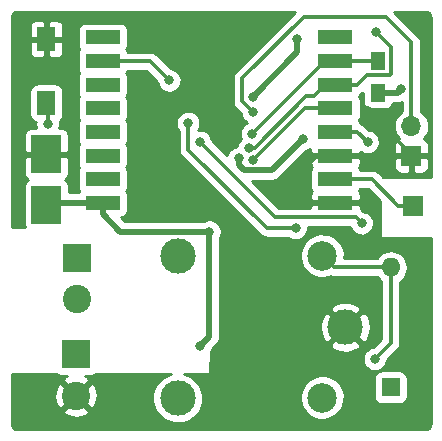
<source format=gtl>
G04 #@! TF.GenerationSoftware,KiCad,Pcbnew,no-vcs-found-feba091~58~ubuntu16.04.1*
G04 #@! TF.CreationDate,2017-03-27T18:39:11+03:00*
G04 #@! TF.ProjectId,led_strip_actuator_node,6C65645F73747269705F616374756174,rev?*
G04 #@! TF.FileFunction,Copper,L1,Top,Signal*
G04 #@! TF.FilePolarity,Positive*
%FSLAX46Y46*%
G04 Gerber Fmt 4.6, Leading zero omitted, Abs format (unit mm)*
G04 Created by KiCad (PCBNEW no-vcs-found-feba091~58~ubuntu16.04.1) date Mon Mar 27 18:39:11 2017*
%MOMM*%
%LPD*%
G01*
G04 APERTURE LIST*
%ADD10C,0.100000*%
%ADD11R,1.600000X2.000000*%
%ADD12R,2.500000X3.200000*%
%ADD13O,1.600000X1.600000*%
%ADD14R,1.600000X1.600000*%
%ADD15R,1.700000X1.700000*%
%ADD16R,1.300000X1.500000*%
%ADD17C,2.500000*%
%ADD18C,3.000000*%
%ADD19R,3.000000X1.200000*%
%ADD20R,2.400000X2.400000*%
%ADD21C,2.400000*%
%ADD22O,1.700000X1.700000*%
%ADD23C,0.800000*%
%ADD24C,0.350000*%
%ADD25C,0.500000*%
%ADD26C,0.254000*%
G04 APERTURE END LIST*
D10*
D11*
X114800000Y-59300000D03*
X114800000Y-64700000D03*
D12*
X114800000Y-69050000D03*
X114800000Y-73350000D03*
D13*
X143940000Y-78640000D03*
D14*
X143940000Y-88800000D03*
D15*
X145800000Y-73400000D03*
D16*
X142850000Y-61150000D03*
X142850000Y-63850000D03*
D17*
X138150000Y-77650000D03*
X138150000Y-89650000D03*
D18*
X140100000Y-83700000D03*
X125900000Y-77700000D03*
X125900000Y-89700000D03*
D19*
X139265935Y-59168221D03*
X139265935Y-61168221D03*
X139265935Y-63168221D03*
X139265935Y-65168221D03*
X139265935Y-67168221D03*
X139265935Y-69168221D03*
X139265935Y-71168221D03*
X139265935Y-73168221D03*
X119565935Y-73168221D03*
X119565935Y-71168221D03*
X119565935Y-69168221D03*
X119565935Y-67168221D03*
X119565935Y-65168221D03*
X119565935Y-63168221D03*
X119565935Y-61168221D03*
X119565935Y-59168221D03*
D20*
X117400000Y-77800000D03*
D21*
X117400000Y-81300000D03*
X117300000Y-89500000D03*
D20*
X117300000Y-86000000D03*
D22*
X145700000Y-66660000D03*
D15*
X145700000Y-69200000D03*
D23*
X142000000Y-65364998D03*
X133800000Y-71900000D03*
X135700000Y-71200000D03*
X127800000Y-85300000D03*
X144824990Y-63556337D03*
X136000000Y-59300000D03*
X132249998Y-64168889D03*
X131075010Y-69400000D03*
X128600000Y-75600000D03*
X136500000Y-67800000D03*
X132294179Y-69549988D03*
X142000000Y-68035002D03*
X135900000Y-75300000D03*
X114900000Y-66500000D03*
X126800000Y-66400000D03*
X142700000Y-58675021D03*
X131950010Y-68505204D03*
X142600000Y-86400000D03*
X125200000Y-62800000D03*
X127775010Y-68000000D03*
X141500000Y-74900000D03*
X132200000Y-67300000D03*
X132281274Y-65481274D03*
D24*
X142000000Y-65364998D02*
X145700000Y-69064998D01*
X145700000Y-69064998D02*
X145700000Y-69200000D01*
X135700000Y-71200000D02*
X134500000Y-71200000D01*
X134500000Y-71200000D02*
X133800000Y-71900000D01*
X135700000Y-71200000D02*
X137731779Y-69168221D01*
X137731779Y-69168221D02*
X139265935Y-69168221D01*
D25*
X128600000Y-75600000D02*
X128600000Y-84500000D01*
X128600000Y-84500000D02*
X127800000Y-85300000D01*
X144531327Y-63850000D02*
X144824990Y-63556337D01*
X142850000Y-63850000D02*
X144531327Y-63850000D01*
X131075010Y-69965685D02*
X131075010Y-69400000D01*
X131534315Y-70424990D02*
X131075010Y-69965685D01*
X136500000Y-67800000D02*
X133875010Y-70424990D01*
X133875010Y-70424990D02*
X131534315Y-70424990D01*
X132249998Y-64168889D02*
X136000000Y-60418887D01*
X136000000Y-60418887D02*
X136000000Y-59300000D01*
X128600000Y-75600000D02*
X121047714Y-75600000D01*
X121047714Y-75600000D02*
X119565935Y-74118221D01*
X119565935Y-74118221D02*
X119565935Y-73168221D01*
X119565935Y-73168221D02*
X114981779Y-73168221D01*
X114981779Y-73168221D02*
X114800000Y-73350000D01*
D24*
X136675946Y-65168221D02*
X132294179Y-69549988D01*
X139265935Y-65168221D02*
X136675946Y-65168221D01*
X139265935Y-67168221D02*
X141133219Y-67168221D01*
X141133219Y-67168221D02*
X142000000Y-68035002D01*
X133429986Y-75300000D02*
X135900000Y-75300000D01*
X126800000Y-66400000D02*
X126800000Y-68670014D01*
X126800000Y-68670014D02*
X133429986Y-75300000D01*
X114900000Y-66500000D02*
X114900000Y-64800000D01*
X114900000Y-64800000D02*
X114800000Y-64700000D01*
X143999999Y-59975020D02*
X142700000Y-58675021D01*
X143999999Y-62255003D02*
X143999999Y-59975020D01*
X143880001Y-62375001D02*
X143999999Y-62255003D01*
X141909155Y-62375001D02*
X143880001Y-62375001D01*
X139265935Y-63168221D02*
X141115935Y-63168221D01*
X141115935Y-63168221D02*
X141909155Y-62375001D01*
X136801783Y-64118221D02*
X132414800Y-68505204D01*
X137415935Y-64118221D02*
X136801783Y-64118221D01*
X139265935Y-63168221D02*
X138365935Y-63168221D01*
X138365935Y-63168221D02*
X137415935Y-64118221D01*
X132414800Y-68505204D02*
X131950010Y-68505204D01*
X143940000Y-78640000D02*
X143940000Y-85060000D01*
X143940000Y-85060000D02*
X142600000Y-86400000D01*
X143940000Y-78640000D02*
X139140000Y-78640000D01*
X139140000Y-78640000D02*
X138150000Y-77650000D01*
X119565935Y-61168221D02*
X123568221Y-61168221D01*
X123568221Y-61168221D02*
X125200000Y-62800000D01*
X141500000Y-74900000D02*
X141000000Y-74400000D01*
X141000000Y-74400000D02*
X134175010Y-74400000D01*
X134175010Y-74400000D02*
X127775010Y-68000000D01*
X132234156Y-67300000D02*
X132200000Y-67300000D01*
X138365935Y-61168221D02*
X132234156Y-67300000D01*
X139265935Y-61168221D02*
X138365935Y-61168221D01*
X142850000Y-61150000D02*
X142850000Y-61250000D01*
X142850000Y-61150000D02*
X139284156Y-61150000D01*
X139284156Y-61150000D02*
X139265935Y-61168221D01*
X145800000Y-73400000D02*
X144600000Y-73400000D01*
X144600000Y-73400000D02*
X142368221Y-71168221D01*
X142368221Y-71168221D02*
X139265935Y-71168221D01*
X139297714Y-71200000D02*
X139265935Y-71168221D01*
X145700000Y-66660000D02*
X145700000Y-59592069D01*
X145700000Y-59592069D02*
X143507931Y-57400000D01*
X131374997Y-64574997D02*
X132281274Y-65481274D01*
X143507931Y-57400000D02*
X136604996Y-57400000D01*
X136604996Y-57400000D02*
X131374997Y-62629999D01*
X131374997Y-62629999D02*
X131374997Y-64574997D01*
D26*
G36*
X130802241Y-62057243D02*
X130754740Y-62115070D01*
X130706655Y-62172376D01*
X130704605Y-62176104D01*
X130701899Y-62179399D01*
X130666538Y-62245347D01*
X130630497Y-62310906D01*
X130629208Y-62314969D01*
X130627197Y-62318720D01*
X130605345Y-62390194D01*
X130582697Y-62461591D01*
X130582222Y-62465829D01*
X130580978Y-62469897D01*
X130573422Y-62544282D01*
X130565076Y-62618690D01*
X130565018Y-62627016D01*
X130565002Y-62627172D01*
X130565016Y-62627317D01*
X130564997Y-62629999D01*
X130564997Y-64574997D01*
X130572305Y-64649532D01*
X130578820Y-64723998D01*
X130580007Y-64728084D01*
X130580423Y-64732327D01*
X130602050Y-64803959D01*
X130622923Y-64875805D01*
X130624885Y-64879590D01*
X130626115Y-64883664D01*
X130661220Y-64949686D01*
X130695674Y-65016155D01*
X130698332Y-65019485D01*
X130700331Y-65023244D01*
X130747617Y-65081222D01*
X130794300Y-65139701D01*
X130800142Y-65145624D01*
X130800245Y-65145751D01*
X130800362Y-65145848D01*
X130802241Y-65147753D01*
X131249887Y-65595399D01*
X131281554Y-65767939D01*
X131356274Y-65956660D01*
X131466227Y-66127273D01*
X131607224Y-66273280D01*
X131743602Y-66368065D01*
X131718168Y-66378341D01*
X131548327Y-66489482D01*
X131403308Y-66631496D01*
X131288634Y-66798972D01*
X131208674Y-66985533D01*
X131166473Y-67184071D01*
X131163639Y-67387026D01*
X131200280Y-67586665D01*
X131258496Y-67733702D01*
X131153318Y-67836700D01*
X131038644Y-68004176D01*
X130958684Y-68190737D01*
X130919306Y-68375993D01*
X130781373Y-68402306D01*
X130593178Y-68478341D01*
X130423337Y-68589482D01*
X130278318Y-68731496D01*
X130163644Y-68898972D01*
X130083684Y-69085533D01*
X130070076Y-69149554D01*
X128807837Y-67887315D01*
X128770630Y-67699405D01*
X128693283Y-67511746D01*
X128580958Y-67342684D01*
X128437936Y-67198660D01*
X128269663Y-67085158D01*
X128082549Y-67006503D01*
X127883720Y-66965689D01*
X127680751Y-66964272D01*
X127666722Y-66966948D01*
X127704282Y-66913703D01*
X127786839Y-66728278D01*
X127831807Y-66530348D01*
X127835044Y-66298513D01*
X127795620Y-66099405D01*
X127718273Y-65911746D01*
X127605948Y-65742684D01*
X127462926Y-65598660D01*
X127294653Y-65485158D01*
X127107539Y-65406503D01*
X126908710Y-65365689D01*
X126705741Y-65364272D01*
X126506363Y-65402306D01*
X126318168Y-65478341D01*
X126148327Y-65589482D01*
X126003308Y-65731496D01*
X125888634Y-65898972D01*
X125808674Y-66085533D01*
X125766473Y-66284071D01*
X125763639Y-66487026D01*
X125800280Y-66686665D01*
X125875000Y-66875386D01*
X125984953Y-67045999D01*
X125990000Y-67051225D01*
X125990000Y-68670014D01*
X125997308Y-68744549D01*
X126003823Y-68819015D01*
X126005010Y-68823101D01*
X126005426Y-68827344D01*
X126027052Y-68898972D01*
X126047926Y-68970822D01*
X126049888Y-68974607D01*
X126051118Y-68978681D01*
X126086223Y-69044703D01*
X126120677Y-69111172D01*
X126123335Y-69114502D01*
X126125334Y-69118261D01*
X126172620Y-69176239D01*
X126219303Y-69234718D01*
X126225145Y-69240641D01*
X126225248Y-69240768D01*
X126225365Y-69240865D01*
X126227244Y-69242770D01*
X132857229Y-75872756D01*
X132915082Y-75920277D01*
X132972363Y-75968342D01*
X132976091Y-75970392D01*
X132979386Y-75973098D01*
X133045334Y-76008459D01*
X133110893Y-76044500D01*
X133114956Y-76045789D01*
X133118707Y-76047800D01*
X133190181Y-76069652D01*
X133261578Y-76092300D01*
X133265816Y-76092775D01*
X133269884Y-76094019D01*
X133344269Y-76101575D01*
X133418677Y-76109921D01*
X133427003Y-76109979D01*
X133427159Y-76109995D01*
X133427304Y-76109981D01*
X133429986Y-76110000D01*
X135251840Y-76110000D01*
X135392622Y-76207846D01*
X135578620Y-76289106D01*
X135776859Y-76332692D01*
X135979788Y-76336943D01*
X136179679Y-76301697D01*
X136368916Y-76228296D01*
X136540293Y-76119537D01*
X136687281Y-75979563D01*
X136804282Y-75813703D01*
X136886839Y-75628278D01*
X136931807Y-75430348D01*
X136934884Y-75210000D01*
X140509519Y-75210000D01*
X140575000Y-75375386D01*
X140684953Y-75545999D01*
X140825950Y-75692006D01*
X140992622Y-75807846D01*
X141178620Y-75889106D01*
X141376859Y-75932692D01*
X141579788Y-75936943D01*
X141779679Y-75901697D01*
X141968916Y-75828296D01*
X142140293Y-75719537D01*
X142287281Y-75579563D01*
X142404282Y-75413703D01*
X142486839Y-75228278D01*
X142531807Y-75030348D01*
X142535044Y-74798513D01*
X142495620Y-74599405D01*
X142418273Y-74411746D01*
X142305948Y-74242684D01*
X142162926Y-74098660D01*
X141994653Y-73985158D01*
X141807539Y-73906503D01*
X141611845Y-73866332D01*
X141572756Y-73827244D01*
X141514929Y-73779743D01*
X141457623Y-73731658D01*
X141453895Y-73729608D01*
X141450600Y-73726902D01*
X141400935Y-73700272D01*
X141400935Y-73453971D01*
X141242185Y-73295221D01*
X139392935Y-73295221D01*
X139392935Y-73315221D01*
X139138935Y-73315221D01*
X139138935Y-73295221D01*
X137289685Y-73295221D01*
X137130935Y-73453971D01*
X137130935Y-73590000D01*
X134510523Y-73590000D01*
X132230513Y-71309990D01*
X133875010Y-71309990D01*
X133956366Y-71302013D01*
X134037806Y-71294888D01*
X134042277Y-71293589D01*
X134046907Y-71293135D01*
X134125141Y-71269515D01*
X134203670Y-71246700D01*
X134207803Y-71244558D01*
X134212257Y-71243213D01*
X134284398Y-71204855D01*
X134357016Y-71167214D01*
X134360656Y-71164308D01*
X134364762Y-71162125D01*
X134428081Y-71110483D01*
X134492001Y-71059456D01*
X134498484Y-71053063D01*
X134498611Y-71052960D01*
X134498708Y-71052843D01*
X134500800Y-71050780D01*
X136743503Y-68808076D01*
X136779679Y-68801697D01*
X136968916Y-68728296D01*
X137130935Y-68625476D01*
X137130935Y-68882471D01*
X137289685Y-69041221D01*
X139138935Y-69041221D01*
X139138935Y-69021221D01*
X139392935Y-69021221D01*
X139392935Y-69041221D01*
X141242185Y-69041221D01*
X141400935Y-68882471D01*
X141400935Y-68879124D01*
X141492622Y-68942848D01*
X141678620Y-69024108D01*
X141876859Y-69067694D01*
X142079788Y-69071945D01*
X142279679Y-69036699D01*
X142468916Y-68963298D01*
X142640293Y-68854539D01*
X142787281Y-68714565D01*
X142904282Y-68548705D01*
X142986839Y-68363280D01*
X143031807Y-68165350D01*
X143035044Y-67933515D01*
X142995620Y-67734407D01*
X142918273Y-67546748D01*
X142805948Y-67377686D01*
X142662926Y-67233662D01*
X142494653Y-67120160D01*
X142307539Y-67041505D01*
X142111845Y-67001335D01*
X141705975Y-66595465D01*
X141648148Y-66547964D01*
X141590842Y-66499879D01*
X141587114Y-66497829D01*
X141583819Y-66495123D01*
X141517871Y-66459762D01*
X141452312Y-66423721D01*
X141448249Y-66422432D01*
X141444498Y-66420421D01*
X141378558Y-66400261D01*
X141355437Y-66324041D01*
X141296472Y-66213727D01*
X141259126Y-66168221D01*
X141296472Y-66122715D01*
X141355437Y-66012401D01*
X141391747Y-65892703D01*
X141404007Y-65768221D01*
X141404007Y-64568221D01*
X141391747Y-64443739D01*
X141355437Y-64324041D01*
X141296472Y-64213727D01*
X141259126Y-64168221D01*
X141296472Y-64122715D01*
X141355437Y-64012401D01*
X141380152Y-63930925D01*
X141416743Y-63920295D01*
X141420528Y-63918333D01*
X141424602Y-63917103D01*
X141490624Y-63881998D01*
X141557093Y-63847544D01*
X141560423Y-63844886D01*
X141561928Y-63844085D01*
X141561928Y-64600000D01*
X141574188Y-64724482D01*
X141610498Y-64844180D01*
X141669463Y-64954494D01*
X141748815Y-65051185D01*
X141845506Y-65130537D01*
X141955820Y-65189502D01*
X142075518Y-65225812D01*
X142200000Y-65238072D01*
X143500000Y-65238072D01*
X143624482Y-65225812D01*
X143744180Y-65189502D01*
X143854494Y-65130537D01*
X143951185Y-65051185D01*
X144030537Y-64954494D01*
X144089502Y-64844180D01*
X144122621Y-64735000D01*
X144531327Y-64735000D01*
X144612683Y-64727023D01*
X144694123Y-64719898D01*
X144698594Y-64718599D01*
X144703224Y-64718145D01*
X144781458Y-64694525D01*
X144859987Y-64671710D01*
X144864120Y-64669568D01*
X144868574Y-64668223D01*
X144890000Y-64656831D01*
X144890000Y-65413025D01*
X144871029Y-65423112D01*
X144646433Y-65606287D01*
X144461694Y-65829599D01*
X144323848Y-66084539D01*
X144238146Y-66361399D01*
X144207851Y-66649633D01*
X144234118Y-66938261D01*
X144315947Y-67216291D01*
X144450220Y-67473131D01*
X144631823Y-67699000D01*
X144677061Y-67736959D01*
X144664777Y-67739403D01*
X144549215Y-67787270D01*
X144445211Y-67856763D01*
X144356763Y-67945211D01*
X144287270Y-68049215D01*
X144239403Y-68164777D01*
X144215000Y-68287458D01*
X144215000Y-68914250D01*
X144373750Y-69073000D01*
X145573000Y-69073000D01*
X145573000Y-69053000D01*
X145827000Y-69053000D01*
X145827000Y-69073000D01*
X147026250Y-69073000D01*
X147185000Y-68914250D01*
X147185000Y-68287458D01*
X147160597Y-68164777D01*
X147112730Y-68049215D01*
X147043237Y-67945211D01*
X146954789Y-67856763D01*
X146850785Y-67787270D01*
X146735223Y-67739403D01*
X146724647Y-67737299D01*
X146753567Y-67713713D01*
X146938306Y-67490401D01*
X147076152Y-67235461D01*
X147161854Y-66958601D01*
X147192149Y-66670367D01*
X147165882Y-66381739D01*
X147084053Y-66103709D01*
X146949780Y-65846869D01*
X146768177Y-65621000D01*
X146546161Y-65434706D01*
X146510000Y-65414826D01*
X146510000Y-59592069D01*
X146502701Y-59517625D01*
X146496178Y-59443068D01*
X146494990Y-59438977D01*
X146494574Y-59434739D01*
X146472959Y-59363149D01*
X146452074Y-59291261D01*
X146450112Y-59287476D01*
X146448882Y-59283402D01*
X146413777Y-59217380D01*
X146379323Y-59150911D01*
X146376665Y-59147581D01*
X146374666Y-59143822D01*
X146327405Y-59085874D01*
X146280698Y-59027365D01*
X146274850Y-59021436D01*
X146274752Y-59021315D01*
X146274640Y-59021222D01*
X146272757Y-59019313D01*
X144238443Y-56985000D01*
X146866497Y-56985000D01*
X146979969Y-56996126D01*
X147056892Y-57019350D01*
X147127839Y-57057073D01*
X147190109Y-57107859D01*
X147241326Y-57169771D01*
X147279545Y-57240456D01*
X147303306Y-57317212D01*
X147315000Y-57428479D01*
X147315000Y-70973000D01*
X143318512Y-70973000D01*
X142940977Y-70595465D01*
X142883150Y-70547964D01*
X142825844Y-70499879D01*
X142822116Y-70497829D01*
X142818821Y-70495123D01*
X142752873Y-70459762D01*
X142687314Y-70423721D01*
X142683251Y-70422432D01*
X142679500Y-70420421D01*
X142608026Y-70398569D01*
X142536629Y-70375921D01*
X142532391Y-70375446D01*
X142528323Y-70374202D01*
X142453938Y-70366646D01*
X142379530Y-70358300D01*
X142371204Y-70358242D01*
X142371048Y-70358226D01*
X142370903Y-70358240D01*
X142368221Y-70358221D01*
X141365805Y-70358221D01*
X141355437Y-70324041D01*
X141296472Y-70213727D01*
X141260915Y-70170401D01*
X141328665Y-70069006D01*
X141376532Y-69953444D01*
X141400935Y-69830763D01*
X141400935Y-69485750D01*
X144215000Y-69485750D01*
X144215000Y-70112542D01*
X144239403Y-70235223D01*
X144287270Y-70350785D01*
X144356763Y-70454789D01*
X144445211Y-70543237D01*
X144549215Y-70612730D01*
X144664777Y-70660597D01*
X144787458Y-70685000D01*
X145414250Y-70685000D01*
X145573000Y-70526250D01*
X145573000Y-69327000D01*
X145827000Y-69327000D01*
X145827000Y-70526250D01*
X145985750Y-70685000D01*
X146612542Y-70685000D01*
X146735223Y-70660597D01*
X146850785Y-70612730D01*
X146954789Y-70543237D01*
X147043237Y-70454789D01*
X147112730Y-70350785D01*
X147160597Y-70235223D01*
X147185000Y-70112542D01*
X147185000Y-69485750D01*
X147026250Y-69327000D01*
X145827000Y-69327000D01*
X145573000Y-69327000D01*
X144373750Y-69327000D01*
X144215000Y-69485750D01*
X141400935Y-69485750D01*
X141400935Y-69453971D01*
X141242185Y-69295221D01*
X139392935Y-69295221D01*
X139392935Y-69315221D01*
X139138935Y-69315221D01*
X139138935Y-69295221D01*
X137289685Y-69295221D01*
X137130935Y-69453971D01*
X137130935Y-69830763D01*
X137155338Y-69953444D01*
X137203205Y-70069006D01*
X137270955Y-70170401D01*
X137235398Y-70213727D01*
X137176433Y-70324041D01*
X137140123Y-70443739D01*
X137127863Y-70568221D01*
X137127863Y-71768221D01*
X137140123Y-71892703D01*
X137176433Y-72012401D01*
X137235398Y-72122715D01*
X137270955Y-72166041D01*
X137203205Y-72267436D01*
X137155338Y-72382998D01*
X137130935Y-72505679D01*
X137130935Y-72882471D01*
X137289685Y-73041221D01*
X139138935Y-73041221D01*
X139138935Y-73021221D01*
X139392935Y-73021221D01*
X139392935Y-73041221D01*
X141242185Y-73041221D01*
X141400935Y-72882471D01*
X141400935Y-72505679D01*
X141376532Y-72382998D01*
X141328665Y-72267436D01*
X141260915Y-72166041D01*
X141296472Y-72122715D01*
X141355437Y-72012401D01*
X141365805Y-71978221D01*
X142032709Y-71978221D01*
X143073000Y-73018513D01*
X143073000Y-76000000D01*
X143082667Y-76048601D01*
X143110197Y-76089803D01*
X143151399Y-76117333D01*
X143200000Y-76127000D01*
X147315000Y-76127000D01*
X147315000Y-91866497D01*
X147303874Y-91979969D01*
X147280650Y-92056890D01*
X147242925Y-92127841D01*
X147192142Y-92190108D01*
X147130228Y-92241327D01*
X147059547Y-92279544D01*
X146982788Y-92303306D01*
X146871521Y-92315000D01*
X112333503Y-92315000D01*
X112220031Y-92303874D01*
X112143110Y-92280650D01*
X112072159Y-92242925D01*
X112009892Y-92192142D01*
X111958673Y-92130228D01*
X111920456Y-92059547D01*
X111896694Y-91982788D01*
X111885000Y-91871521D01*
X111885000Y-90777980D01*
X116201626Y-90777980D01*
X116321514Y-91062836D01*
X116645210Y-91223699D01*
X116994069Y-91318322D01*
X117354684Y-91343067D01*
X117713198Y-91296985D01*
X118055833Y-91181846D01*
X118278486Y-91062836D01*
X118398374Y-90777980D01*
X117300000Y-89679605D01*
X116201626Y-90777980D01*
X111885000Y-90777980D01*
X111885000Y-89554684D01*
X115456933Y-89554684D01*
X115503015Y-89913198D01*
X115618154Y-90255833D01*
X115737164Y-90478486D01*
X116022020Y-90598374D01*
X117120395Y-89500000D01*
X117479605Y-89500000D01*
X118577980Y-90598374D01*
X118862836Y-90478486D01*
X119023699Y-90154790D01*
X119118322Y-89805931D01*
X119143067Y-89445316D01*
X119096985Y-89086802D01*
X118981846Y-88744167D01*
X118862836Y-88521514D01*
X118577980Y-88401626D01*
X117479605Y-89500000D01*
X117120395Y-89500000D01*
X116022020Y-88401626D01*
X115737164Y-88521514D01*
X115576301Y-88845210D01*
X115481678Y-89194069D01*
X115456933Y-89554684D01*
X111885000Y-89554684D01*
X111885000Y-87627000D01*
X115628967Y-87627000D01*
X115648815Y-87651185D01*
X115745506Y-87730537D01*
X115855820Y-87789502D01*
X115975518Y-87825812D01*
X116100000Y-87838072D01*
X116506903Y-87838072D01*
X116321514Y-87937164D01*
X116201626Y-88222020D01*
X117300000Y-89320395D01*
X118398374Y-88222020D01*
X118278486Y-87937164D01*
X118079088Y-87838072D01*
X118500000Y-87838072D01*
X118624482Y-87825812D01*
X118744180Y-87789502D01*
X118854494Y-87730537D01*
X118951185Y-87651185D01*
X118971033Y-87627000D01*
X125372681Y-87627000D01*
X125294284Y-87641955D01*
X124906077Y-87798801D01*
X124555728Y-88028063D01*
X124256582Y-88321008D01*
X124020033Y-88666479D01*
X123855091Y-89051317D01*
X123768040Y-89460862D01*
X123762194Y-89879517D01*
X123837776Y-90291333D01*
X123991908Y-90680626D01*
X124218719Y-91032567D01*
X124509569Y-91333751D01*
X124853380Y-91572706D01*
X125237057Y-91740330D01*
X125645984Y-91830239D01*
X126064588Y-91839007D01*
X126476922Y-91766302D01*
X126867281Y-91614891D01*
X127220797Y-91390543D01*
X127524004Y-91101803D01*
X127765354Y-90759668D01*
X127935652Y-90377171D01*
X128028413Y-89968881D01*
X128030652Y-89808496D01*
X136262522Y-89808496D01*
X136329254Y-90172091D01*
X136465338Y-90515799D01*
X136665590Y-90826529D01*
X136922382Y-91092446D01*
X137225935Y-91303420D01*
X137564684Y-91451416D01*
X137925729Y-91530797D01*
X138295315Y-91538539D01*
X138659367Y-91474346D01*
X139004017Y-91340666D01*
X139316137Y-91142588D01*
X139583840Y-90887658D01*
X139796929Y-90585586D01*
X139947286Y-90247877D01*
X140029185Y-89887396D01*
X140035081Y-89465166D01*
X139963279Y-89102539D01*
X139822410Y-88760764D01*
X139617839Y-88452860D01*
X139357358Y-88190555D01*
X139074850Y-88000000D01*
X142501928Y-88000000D01*
X142501928Y-89600000D01*
X142514188Y-89724482D01*
X142550498Y-89844180D01*
X142609463Y-89954494D01*
X142688815Y-90051185D01*
X142785506Y-90130537D01*
X142895820Y-90189502D01*
X143015518Y-90225812D01*
X143140000Y-90238072D01*
X144740000Y-90238072D01*
X144864482Y-90225812D01*
X144984180Y-90189502D01*
X145094494Y-90130537D01*
X145191185Y-90051185D01*
X145270537Y-89954494D01*
X145329502Y-89844180D01*
X145365812Y-89724482D01*
X145378072Y-89600000D01*
X145378072Y-88000000D01*
X145365812Y-87875518D01*
X145329502Y-87755820D01*
X145270537Y-87645506D01*
X145191185Y-87548815D01*
X145094494Y-87469463D01*
X144984180Y-87410498D01*
X144864482Y-87374188D01*
X144740000Y-87361928D01*
X143140000Y-87361928D01*
X143015518Y-87374188D01*
X142895820Y-87410498D01*
X142785506Y-87469463D01*
X142688815Y-87548815D01*
X142609463Y-87645506D01*
X142550498Y-87755820D01*
X142514188Y-87875518D01*
X142501928Y-88000000D01*
X139074850Y-88000000D01*
X139050890Y-87983839D01*
X138710107Y-87840587D01*
X138347990Y-87766255D01*
X137978331Y-87763674D01*
X137615211Y-87832943D01*
X137272461Y-87971423D01*
X136963137Y-88173840D01*
X136699019Y-88432482D01*
X136490169Y-88737500D01*
X136344542Y-89077275D01*
X136267683Y-89438864D01*
X136262522Y-89808496D01*
X128030652Y-89808496D01*
X128035091Y-89490652D01*
X127953766Y-89079931D01*
X127794214Y-88692829D01*
X127562512Y-88344089D01*
X127267485Y-88046995D01*
X126920371Y-87812864D01*
X126534391Y-87650613D01*
X126419358Y-87627000D01*
X128559459Y-87627000D01*
X128607266Y-87617658D01*
X128648653Y-87590407D01*
X128676461Y-87549392D01*
X128686456Y-87500858D01*
X128697793Y-85822901D01*
X128704282Y-85813703D01*
X128786839Y-85628278D01*
X128805518Y-85546062D01*
X129159926Y-85191653D01*
X138787952Y-85191653D01*
X138943962Y-85507214D01*
X139318745Y-85698020D01*
X139723551Y-85812044D01*
X140142824Y-85844902D01*
X140560451Y-85795334D01*
X140960383Y-85665243D01*
X141256038Y-85507214D01*
X141412048Y-85191653D01*
X140100000Y-83879605D01*
X138787952Y-85191653D01*
X129159926Y-85191653D01*
X129225790Y-85125789D01*
X129277696Y-85062598D01*
X129330225Y-84999996D01*
X129332466Y-84995919D01*
X129335421Y-84992322D01*
X129374043Y-84920292D01*
X129413435Y-84848639D01*
X129414843Y-84844200D01*
X129417041Y-84840101D01*
X129440927Y-84761974D01*
X129465661Y-84684002D01*
X129466180Y-84679374D01*
X129467540Y-84674926D01*
X129475794Y-84593661D01*
X129484914Y-84512357D01*
X129484977Y-84503253D01*
X129484994Y-84503089D01*
X129484980Y-84502936D01*
X129485000Y-84500000D01*
X129485000Y-83742824D01*
X137955098Y-83742824D01*
X138004666Y-84160451D01*
X138134757Y-84560383D01*
X138292786Y-84856038D01*
X138608347Y-85012048D01*
X139920395Y-83700000D01*
X140279605Y-83700000D01*
X141591653Y-85012048D01*
X141907214Y-84856038D01*
X142098020Y-84481255D01*
X142212044Y-84076449D01*
X142244902Y-83657176D01*
X142195334Y-83239549D01*
X142065243Y-82839617D01*
X141907214Y-82543962D01*
X141591653Y-82387952D01*
X140279605Y-83700000D01*
X139920395Y-83700000D01*
X138608347Y-82387952D01*
X138292786Y-82543962D01*
X138101980Y-82918745D01*
X137987956Y-83323551D01*
X137955098Y-83742824D01*
X129485000Y-83742824D01*
X129485000Y-82208347D01*
X138787952Y-82208347D01*
X140100000Y-83520395D01*
X141412048Y-82208347D01*
X141256038Y-81892786D01*
X140881255Y-81701980D01*
X140476449Y-81587956D01*
X140057176Y-81555098D01*
X139639549Y-81604666D01*
X139239617Y-81734757D01*
X138943962Y-81892786D01*
X138787952Y-82208347D01*
X129485000Y-82208347D01*
X129485000Y-77808496D01*
X136262522Y-77808496D01*
X136329254Y-78172091D01*
X136465338Y-78515799D01*
X136665590Y-78826529D01*
X136922382Y-79092446D01*
X137225935Y-79303420D01*
X137564684Y-79451416D01*
X137925729Y-79530797D01*
X138295315Y-79538539D01*
X138659367Y-79474346D01*
X138858794Y-79396994D01*
X138900208Y-79409656D01*
X138971592Y-79432300D01*
X138975829Y-79432775D01*
X138979897Y-79434019D01*
X139054288Y-79441576D01*
X139128691Y-79449921D01*
X139137017Y-79449979D01*
X139137173Y-79449995D01*
X139137318Y-79449981D01*
X139140000Y-79450000D01*
X142752049Y-79450000D01*
X142921766Y-79658093D01*
X143130000Y-79830359D01*
X143130000Y-84724487D01*
X142486556Y-85367932D01*
X142306363Y-85402306D01*
X142118168Y-85478341D01*
X141948327Y-85589482D01*
X141803308Y-85731496D01*
X141688634Y-85898972D01*
X141608674Y-86085533D01*
X141566473Y-86284071D01*
X141563639Y-86487026D01*
X141600280Y-86686665D01*
X141675000Y-86875386D01*
X141784953Y-87045999D01*
X141925950Y-87192006D01*
X142092622Y-87307846D01*
X142278620Y-87389106D01*
X142476859Y-87432692D01*
X142679788Y-87436943D01*
X142879679Y-87401697D01*
X143068916Y-87328296D01*
X143240293Y-87219537D01*
X143387281Y-87079563D01*
X143504282Y-86913703D01*
X143586839Y-86728278D01*
X143631807Y-86530348D01*
X143632043Y-86513470D01*
X144512756Y-85632757D01*
X144560277Y-85574904D01*
X144608342Y-85517623D01*
X144610392Y-85513895D01*
X144613098Y-85510600D01*
X144648459Y-85444652D01*
X144684500Y-85379093D01*
X144685789Y-85375030D01*
X144687800Y-85371279D01*
X144709656Y-85299792D01*
X144732300Y-85228408D01*
X144732775Y-85224171D01*
X144734019Y-85220103D01*
X144741576Y-85145712D01*
X144749921Y-85071309D01*
X144749979Y-85062983D01*
X144749995Y-85062827D01*
X144749981Y-85062682D01*
X144750000Y-85060000D01*
X144750000Y-79828205D01*
X144944017Y-79672211D01*
X145124038Y-79457671D01*
X145258959Y-79212250D01*
X145343642Y-78945296D01*
X145374860Y-78666979D01*
X145375000Y-78646943D01*
X145375000Y-78633057D01*
X145347671Y-78354331D01*
X145266724Y-78086221D01*
X145135242Y-77838940D01*
X144958234Y-77621907D01*
X144742442Y-77443388D01*
X144496085Y-77310183D01*
X144228547Y-77227367D01*
X143950018Y-77198092D01*
X143671108Y-77223475D01*
X143402440Y-77302548D01*
X143154247Y-77432300D01*
X142935983Y-77607789D01*
X142755962Y-77822329D01*
X142751745Y-77830000D01*
X140029986Y-77830000D01*
X140035081Y-77465166D01*
X139963279Y-77102539D01*
X139822410Y-76760764D01*
X139617839Y-76452860D01*
X139357358Y-76190555D01*
X139050890Y-75983839D01*
X138710107Y-75840587D01*
X138347990Y-75766255D01*
X137978331Y-75763674D01*
X137615211Y-75832943D01*
X137272461Y-75971423D01*
X136963137Y-76173840D01*
X136699019Y-76432482D01*
X136490169Y-76737500D01*
X136344542Y-77077275D01*
X136267683Y-77438864D01*
X136262522Y-77808496D01*
X129485000Y-77808496D01*
X129485000Y-76141037D01*
X129504282Y-76113703D01*
X129586839Y-75928278D01*
X129631807Y-75730348D01*
X129635044Y-75498513D01*
X129595620Y-75299405D01*
X129518273Y-75111746D01*
X129405948Y-74942684D01*
X129262926Y-74798660D01*
X129094653Y-74685158D01*
X128907539Y-74606503D01*
X128708710Y-74565689D01*
X128505741Y-74564272D01*
X128306363Y-74602306D01*
X128118168Y-74678341D01*
X128062147Y-74715000D01*
X121414293Y-74715000D01*
X121102031Y-74402738D01*
X121190417Y-74394033D01*
X121310115Y-74357723D01*
X121420429Y-74298758D01*
X121517120Y-74219406D01*
X121596472Y-74122715D01*
X121655437Y-74012401D01*
X121691747Y-73892703D01*
X121704007Y-73768221D01*
X121704007Y-72568221D01*
X121691747Y-72443739D01*
X121655437Y-72324041D01*
X121596472Y-72213727D01*
X121559126Y-72168221D01*
X121596472Y-72122715D01*
X121655437Y-72012401D01*
X121691747Y-71892703D01*
X121704007Y-71768221D01*
X121704007Y-70568221D01*
X121691747Y-70443739D01*
X121655437Y-70324041D01*
X121596472Y-70213727D01*
X121559126Y-70168221D01*
X121596472Y-70122715D01*
X121655437Y-70012401D01*
X121691747Y-69892703D01*
X121704007Y-69768221D01*
X121704007Y-68568221D01*
X121691747Y-68443739D01*
X121655437Y-68324041D01*
X121596472Y-68213727D01*
X121559126Y-68168221D01*
X121596472Y-68122715D01*
X121655437Y-68012401D01*
X121691747Y-67892703D01*
X121704007Y-67768221D01*
X121704007Y-66568221D01*
X121691747Y-66443739D01*
X121655437Y-66324041D01*
X121596472Y-66213727D01*
X121559126Y-66168221D01*
X121596472Y-66122715D01*
X121655437Y-66012401D01*
X121691747Y-65892703D01*
X121704007Y-65768221D01*
X121704007Y-64568221D01*
X121691747Y-64443739D01*
X121655437Y-64324041D01*
X121596472Y-64213727D01*
X121559126Y-64168221D01*
X121596472Y-64122715D01*
X121655437Y-64012401D01*
X121691747Y-63892703D01*
X121704007Y-63768221D01*
X121704007Y-62568221D01*
X121691747Y-62443739D01*
X121655437Y-62324041D01*
X121596472Y-62213727D01*
X121559126Y-62168221D01*
X121596472Y-62122715D01*
X121655437Y-62012401D01*
X121665805Y-61978221D01*
X123232709Y-61978221D01*
X124168613Y-62914125D01*
X124200280Y-63086665D01*
X124275000Y-63275386D01*
X124384953Y-63445999D01*
X124525950Y-63592006D01*
X124692622Y-63707846D01*
X124878620Y-63789106D01*
X125076859Y-63832692D01*
X125279788Y-63836943D01*
X125479679Y-63801697D01*
X125668916Y-63728296D01*
X125840293Y-63619537D01*
X125987281Y-63479563D01*
X126104282Y-63313703D01*
X126186839Y-63128278D01*
X126231807Y-62930348D01*
X126235044Y-62698513D01*
X126195620Y-62499405D01*
X126118273Y-62311746D01*
X126005948Y-62142684D01*
X125862926Y-61998660D01*
X125694653Y-61885158D01*
X125507539Y-61806503D01*
X125311844Y-61766332D01*
X124140977Y-60595465D01*
X124083150Y-60547964D01*
X124025844Y-60499879D01*
X124022116Y-60497829D01*
X124018821Y-60495123D01*
X123952873Y-60459762D01*
X123887314Y-60423721D01*
X123883251Y-60422432D01*
X123879500Y-60420421D01*
X123808026Y-60398569D01*
X123736629Y-60375921D01*
X123732391Y-60375446D01*
X123728323Y-60374202D01*
X123653938Y-60366646D01*
X123579530Y-60358300D01*
X123571204Y-60358242D01*
X123571048Y-60358226D01*
X123570903Y-60358240D01*
X123568221Y-60358221D01*
X121665805Y-60358221D01*
X121655437Y-60324041D01*
X121596472Y-60213727D01*
X121559126Y-60168221D01*
X121596472Y-60122715D01*
X121655437Y-60012401D01*
X121691747Y-59892703D01*
X121704007Y-59768221D01*
X121704007Y-58568221D01*
X121691747Y-58443739D01*
X121655437Y-58324041D01*
X121596472Y-58213727D01*
X121517120Y-58117036D01*
X121420429Y-58037684D01*
X121310115Y-57978719D01*
X121190417Y-57942409D01*
X121065935Y-57930149D01*
X118065935Y-57930149D01*
X117941453Y-57942409D01*
X117821755Y-57978719D01*
X117711441Y-58037684D01*
X117614750Y-58117036D01*
X117535398Y-58213727D01*
X117476433Y-58324041D01*
X117440123Y-58443739D01*
X117427863Y-58568221D01*
X117427863Y-59768221D01*
X117440123Y-59892703D01*
X117476433Y-60012401D01*
X117535398Y-60122715D01*
X117572744Y-60168221D01*
X117535398Y-60213727D01*
X117476433Y-60324041D01*
X117440123Y-60443739D01*
X117427863Y-60568221D01*
X117427863Y-61768221D01*
X117440123Y-61892703D01*
X117476433Y-62012401D01*
X117535398Y-62122715D01*
X117572744Y-62168221D01*
X117535398Y-62213727D01*
X117476433Y-62324041D01*
X117440123Y-62443739D01*
X117427863Y-62568221D01*
X117427863Y-63768221D01*
X117440123Y-63892703D01*
X117476433Y-64012401D01*
X117535398Y-64122715D01*
X117572744Y-64168221D01*
X117535398Y-64213727D01*
X117476433Y-64324041D01*
X117440123Y-64443739D01*
X117427863Y-64568221D01*
X117427863Y-65768221D01*
X117440123Y-65892703D01*
X117476433Y-66012401D01*
X117535398Y-66122715D01*
X117572744Y-66168221D01*
X117535398Y-66213727D01*
X117476433Y-66324041D01*
X117440123Y-66443739D01*
X117427863Y-66568221D01*
X117427863Y-67768221D01*
X117440123Y-67892703D01*
X117476433Y-68012401D01*
X117535398Y-68122715D01*
X117572744Y-68168221D01*
X117535398Y-68213727D01*
X117476433Y-68324041D01*
X117440123Y-68443739D01*
X117427863Y-68568221D01*
X117427863Y-69768221D01*
X117440123Y-69892703D01*
X117476433Y-70012401D01*
X117535398Y-70122715D01*
X117572744Y-70168221D01*
X117535398Y-70213727D01*
X117476433Y-70324041D01*
X117440123Y-70443739D01*
X117427863Y-70568221D01*
X117427863Y-71768221D01*
X117440123Y-71892703D01*
X117476433Y-72012401D01*
X117535398Y-72122715D01*
X117572744Y-72168221D01*
X117535398Y-72213727D01*
X117498252Y-72283221D01*
X116688072Y-72283221D01*
X116688072Y-71750000D01*
X116675812Y-71625518D01*
X116639502Y-71505820D01*
X116580537Y-71395506D01*
X116501185Y-71298815D01*
X116404494Y-71219463D01*
X116369057Y-71200521D01*
X116454789Y-71143237D01*
X116543237Y-71054789D01*
X116612730Y-70950785D01*
X116660597Y-70835223D01*
X116685000Y-70712542D01*
X116685000Y-69335750D01*
X116526250Y-69177000D01*
X114927000Y-69177000D01*
X114927000Y-69197000D01*
X114673000Y-69197000D01*
X114673000Y-69177000D01*
X113073750Y-69177000D01*
X112915000Y-69335750D01*
X112915000Y-70712542D01*
X112939403Y-70835223D01*
X112987270Y-70950785D01*
X113056763Y-71054789D01*
X113145211Y-71143237D01*
X113230943Y-71200521D01*
X113195506Y-71219463D01*
X113098815Y-71298815D01*
X113019463Y-71395506D01*
X112960498Y-71505820D01*
X112924188Y-71625518D01*
X112911928Y-71750000D01*
X112911928Y-74950000D01*
X112924188Y-75074482D01*
X112954073Y-75173000D01*
X111885000Y-75173000D01*
X111885000Y-67387458D01*
X112915000Y-67387458D01*
X112915000Y-68764250D01*
X113073750Y-68923000D01*
X114673000Y-68923000D01*
X114673000Y-68903000D01*
X114927000Y-68903000D01*
X114927000Y-68923000D01*
X116526250Y-68923000D01*
X116685000Y-68764250D01*
X116685000Y-67387458D01*
X116660597Y-67264777D01*
X116612730Y-67149215D01*
X116543237Y-67045211D01*
X116454789Y-66956763D01*
X116350785Y-66887270D01*
X116235223Y-66839403D01*
X116112542Y-66815000D01*
X115889856Y-66815000D01*
X115931807Y-66630348D01*
X115935044Y-66398513D01*
X115906829Y-66256015D01*
X115954494Y-66230537D01*
X116051185Y-66151185D01*
X116130537Y-66054494D01*
X116189502Y-65944180D01*
X116225812Y-65824482D01*
X116238072Y-65700000D01*
X116238072Y-63700000D01*
X116225812Y-63575518D01*
X116189502Y-63455820D01*
X116130537Y-63345506D01*
X116051185Y-63248815D01*
X115954494Y-63169463D01*
X115844180Y-63110498D01*
X115724482Y-63074188D01*
X115600000Y-63061928D01*
X114000000Y-63061928D01*
X113875518Y-63074188D01*
X113755820Y-63110498D01*
X113645506Y-63169463D01*
X113548815Y-63248815D01*
X113469463Y-63345506D01*
X113410498Y-63455820D01*
X113374188Y-63575518D01*
X113361928Y-63700000D01*
X113361928Y-65700000D01*
X113374188Y-65824482D01*
X113410498Y-65944180D01*
X113469463Y-66054494D01*
X113548815Y-66151185D01*
X113645506Y-66230537D01*
X113755820Y-66289502D01*
X113875518Y-66325812D01*
X113878788Y-66326134D01*
X113866473Y-66384071D01*
X113863639Y-66587026D01*
X113900280Y-66786665D01*
X113911499Y-66815000D01*
X113487458Y-66815000D01*
X113364777Y-66839403D01*
X113249215Y-66887270D01*
X113145211Y-66956763D01*
X113056763Y-67045211D01*
X112987270Y-67149215D01*
X112939403Y-67264777D01*
X112915000Y-67387458D01*
X111885000Y-67387458D01*
X111885000Y-59585750D01*
X113365000Y-59585750D01*
X113365000Y-60362542D01*
X113389403Y-60485223D01*
X113437270Y-60600785D01*
X113506763Y-60704789D01*
X113595211Y-60793237D01*
X113699215Y-60862730D01*
X113814777Y-60910597D01*
X113937458Y-60935000D01*
X114514250Y-60935000D01*
X114673000Y-60776250D01*
X114673000Y-59427000D01*
X114927000Y-59427000D01*
X114927000Y-60776250D01*
X115085750Y-60935000D01*
X115662542Y-60935000D01*
X115785223Y-60910597D01*
X115900785Y-60862730D01*
X116004789Y-60793237D01*
X116093237Y-60704789D01*
X116162730Y-60600785D01*
X116210597Y-60485223D01*
X116235000Y-60362542D01*
X116235000Y-59585750D01*
X116076250Y-59427000D01*
X114927000Y-59427000D01*
X114673000Y-59427000D01*
X113523750Y-59427000D01*
X113365000Y-59585750D01*
X111885000Y-59585750D01*
X111885000Y-58237458D01*
X113365000Y-58237458D01*
X113365000Y-59014250D01*
X113523750Y-59173000D01*
X114673000Y-59173000D01*
X114673000Y-57823750D01*
X114927000Y-57823750D01*
X114927000Y-59173000D01*
X116076250Y-59173000D01*
X116235000Y-59014250D01*
X116235000Y-58237458D01*
X116210597Y-58114777D01*
X116162730Y-57999215D01*
X116093237Y-57895211D01*
X116004789Y-57806763D01*
X115900785Y-57737270D01*
X115785223Y-57689403D01*
X115662542Y-57665000D01*
X115085750Y-57665000D01*
X114927000Y-57823750D01*
X114673000Y-57823750D01*
X114514250Y-57665000D01*
X113937458Y-57665000D01*
X113814777Y-57689403D01*
X113699215Y-57737270D01*
X113595211Y-57806763D01*
X113506763Y-57895211D01*
X113437270Y-57999215D01*
X113389403Y-58114777D01*
X113365000Y-58237458D01*
X111885000Y-58237458D01*
X111885000Y-57433503D01*
X111896126Y-57320031D01*
X111919350Y-57243108D01*
X111957073Y-57172161D01*
X112007859Y-57109891D01*
X112069771Y-57058674D01*
X112140456Y-57020455D01*
X112217212Y-56996694D01*
X112328479Y-56985000D01*
X135874483Y-56985000D01*
X130802241Y-62057243D01*
X130802241Y-62057243D01*
G37*
X130802241Y-62057243D02*
X130754740Y-62115070D01*
X130706655Y-62172376D01*
X130704605Y-62176104D01*
X130701899Y-62179399D01*
X130666538Y-62245347D01*
X130630497Y-62310906D01*
X130629208Y-62314969D01*
X130627197Y-62318720D01*
X130605345Y-62390194D01*
X130582697Y-62461591D01*
X130582222Y-62465829D01*
X130580978Y-62469897D01*
X130573422Y-62544282D01*
X130565076Y-62618690D01*
X130565018Y-62627016D01*
X130565002Y-62627172D01*
X130565016Y-62627317D01*
X130564997Y-62629999D01*
X130564997Y-64574997D01*
X130572305Y-64649532D01*
X130578820Y-64723998D01*
X130580007Y-64728084D01*
X130580423Y-64732327D01*
X130602050Y-64803959D01*
X130622923Y-64875805D01*
X130624885Y-64879590D01*
X130626115Y-64883664D01*
X130661220Y-64949686D01*
X130695674Y-65016155D01*
X130698332Y-65019485D01*
X130700331Y-65023244D01*
X130747617Y-65081222D01*
X130794300Y-65139701D01*
X130800142Y-65145624D01*
X130800245Y-65145751D01*
X130800362Y-65145848D01*
X130802241Y-65147753D01*
X131249887Y-65595399D01*
X131281554Y-65767939D01*
X131356274Y-65956660D01*
X131466227Y-66127273D01*
X131607224Y-66273280D01*
X131743602Y-66368065D01*
X131718168Y-66378341D01*
X131548327Y-66489482D01*
X131403308Y-66631496D01*
X131288634Y-66798972D01*
X131208674Y-66985533D01*
X131166473Y-67184071D01*
X131163639Y-67387026D01*
X131200280Y-67586665D01*
X131258496Y-67733702D01*
X131153318Y-67836700D01*
X131038644Y-68004176D01*
X130958684Y-68190737D01*
X130919306Y-68375993D01*
X130781373Y-68402306D01*
X130593178Y-68478341D01*
X130423337Y-68589482D01*
X130278318Y-68731496D01*
X130163644Y-68898972D01*
X130083684Y-69085533D01*
X130070076Y-69149554D01*
X128807837Y-67887315D01*
X128770630Y-67699405D01*
X128693283Y-67511746D01*
X128580958Y-67342684D01*
X128437936Y-67198660D01*
X128269663Y-67085158D01*
X128082549Y-67006503D01*
X127883720Y-66965689D01*
X127680751Y-66964272D01*
X127666722Y-66966948D01*
X127704282Y-66913703D01*
X127786839Y-66728278D01*
X127831807Y-66530348D01*
X127835044Y-66298513D01*
X127795620Y-66099405D01*
X127718273Y-65911746D01*
X127605948Y-65742684D01*
X127462926Y-65598660D01*
X127294653Y-65485158D01*
X127107539Y-65406503D01*
X126908710Y-65365689D01*
X126705741Y-65364272D01*
X126506363Y-65402306D01*
X126318168Y-65478341D01*
X126148327Y-65589482D01*
X126003308Y-65731496D01*
X125888634Y-65898972D01*
X125808674Y-66085533D01*
X125766473Y-66284071D01*
X125763639Y-66487026D01*
X125800280Y-66686665D01*
X125875000Y-66875386D01*
X125984953Y-67045999D01*
X125990000Y-67051225D01*
X125990000Y-68670014D01*
X125997308Y-68744549D01*
X126003823Y-68819015D01*
X126005010Y-68823101D01*
X126005426Y-68827344D01*
X126027052Y-68898972D01*
X126047926Y-68970822D01*
X126049888Y-68974607D01*
X126051118Y-68978681D01*
X126086223Y-69044703D01*
X126120677Y-69111172D01*
X126123335Y-69114502D01*
X126125334Y-69118261D01*
X126172620Y-69176239D01*
X126219303Y-69234718D01*
X126225145Y-69240641D01*
X126225248Y-69240768D01*
X126225365Y-69240865D01*
X126227244Y-69242770D01*
X132857229Y-75872756D01*
X132915082Y-75920277D01*
X132972363Y-75968342D01*
X132976091Y-75970392D01*
X132979386Y-75973098D01*
X133045334Y-76008459D01*
X133110893Y-76044500D01*
X133114956Y-76045789D01*
X133118707Y-76047800D01*
X133190181Y-76069652D01*
X133261578Y-76092300D01*
X133265816Y-76092775D01*
X133269884Y-76094019D01*
X133344269Y-76101575D01*
X133418677Y-76109921D01*
X133427003Y-76109979D01*
X133427159Y-76109995D01*
X133427304Y-76109981D01*
X133429986Y-76110000D01*
X135251840Y-76110000D01*
X135392622Y-76207846D01*
X135578620Y-76289106D01*
X135776859Y-76332692D01*
X135979788Y-76336943D01*
X136179679Y-76301697D01*
X136368916Y-76228296D01*
X136540293Y-76119537D01*
X136687281Y-75979563D01*
X136804282Y-75813703D01*
X136886839Y-75628278D01*
X136931807Y-75430348D01*
X136934884Y-75210000D01*
X140509519Y-75210000D01*
X140575000Y-75375386D01*
X140684953Y-75545999D01*
X140825950Y-75692006D01*
X140992622Y-75807846D01*
X141178620Y-75889106D01*
X141376859Y-75932692D01*
X141579788Y-75936943D01*
X141779679Y-75901697D01*
X141968916Y-75828296D01*
X142140293Y-75719537D01*
X142287281Y-75579563D01*
X142404282Y-75413703D01*
X142486839Y-75228278D01*
X142531807Y-75030348D01*
X142535044Y-74798513D01*
X142495620Y-74599405D01*
X142418273Y-74411746D01*
X142305948Y-74242684D01*
X142162926Y-74098660D01*
X141994653Y-73985158D01*
X141807539Y-73906503D01*
X141611845Y-73866332D01*
X141572756Y-73827244D01*
X141514929Y-73779743D01*
X141457623Y-73731658D01*
X141453895Y-73729608D01*
X141450600Y-73726902D01*
X141400935Y-73700272D01*
X141400935Y-73453971D01*
X141242185Y-73295221D01*
X139392935Y-73295221D01*
X139392935Y-73315221D01*
X139138935Y-73315221D01*
X139138935Y-73295221D01*
X137289685Y-73295221D01*
X137130935Y-73453971D01*
X137130935Y-73590000D01*
X134510523Y-73590000D01*
X132230513Y-71309990D01*
X133875010Y-71309990D01*
X133956366Y-71302013D01*
X134037806Y-71294888D01*
X134042277Y-71293589D01*
X134046907Y-71293135D01*
X134125141Y-71269515D01*
X134203670Y-71246700D01*
X134207803Y-71244558D01*
X134212257Y-71243213D01*
X134284398Y-71204855D01*
X134357016Y-71167214D01*
X134360656Y-71164308D01*
X134364762Y-71162125D01*
X134428081Y-71110483D01*
X134492001Y-71059456D01*
X134498484Y-71053063D01*
X134498611Y-71052960D01*
X134498708Y-71052843D01*
X134500800Y-71050780D01*
X136743503Y-68808076D01*
X136779679Y-68801697D01*
X136968916Y-68728296D01*
X137130935Y-68625476D01*
X137130935Y-68882471D01*
X137289685Y-69041221D01*
X139138935Y-69041221D01*
X139138935Y-69021221D01*
X139392935Y-69021221D01*
X139392935Y-69041221D01*
X141242185Y-69041221D01*
X141400935Y-68882471D01*
X141400935Y-68879124D01*
X141492622Y-68942848D01*
X141678620Y-69024108D01*
X141876859Y-69067694D01*
X142079788Y-69071945D01*
X142279679Y-69036699D01*
X142468916Y-68963298D01*
X142640293Y-68854539D01*
X142787281Y-68714565D01*
X142904282Y-68548705D01*
X142986839Y-68363280D01*
X143031807Y-68165350D01*
X143035044Y-67933515D01*
X142995620Y-67734407D01*
X142918273Y-67546748D01*
X142805948Y-67377686D01*
X142662926Y-67233662D01*
X142494653Y-67120160D01*
X142307539Y-67041505D01*
X142111845Y-67001335D01*
X141705975Y-66595465D01*
X141648148Y-66547964D01*
X141590842Y-66499879D01*
X141587114Y-66497829D01*
X141583819Y-66495123D01*
X141517871Y-66459762D01*
X141452312Y-66423721D01*
X141448249Y-66422432D01*
X141444498Y-66420421D01*
X141378558Y-66400261D01*
X141355437Y-66324041D01*
X141296472Y-66213727D01*
X141259126Y-66168221D01*
X141296472Y-66122715D01*
X141355437Y-66012401D01*
X141391747Y-65892703D01*
X141404007Y-65768221D01*
X141404007Y-64568221D01*
X141391747Y-64443739D01*
X141355437Y-64324041D01*
X141296472Y-64213727D01*
X141259126Y-64168221D01*
X141296472Y-64122715D01*
X141355437Y-64012401D01*
X141380152Y-63930925D01*
X141416743Y-63920295D01*
X141420528Y-63918333D01*
X141424602Y-63917103D01*
X141490624Y-63881998D01*
X141557093Y-63847544D01*
X141560423Y-63844886D01*
X141561928Y-63844085D01*
X141561928Y-64600000D01*
X141574188Y-64724482D01*
X141610498Y-64844180D01*
X141669463Y-64954494D01*
X141748815Y-65051185D01*
X141845506Y-65130537D01*
X141955820Y-65189502D01*
X142075518Y-65225812D01*
X142200000Y-65238072D01*
X143500000Y-65238072D01*
X143624482Y-65225812D01*
X143744180Y-65189502D01*
X143854494Y-65130537D01*
X143951185Y-65051185D01*
X144030537Y-64954494D01*
X144089502Y-64844180D01*
X144122621Y-64735000D01*
X144531327Y-64735000D01*
X144612683Y-64727023D01*
X144694123Y-64719898D01*
X144698594Y-64718599D01*
X144703224Y-64718145D01*
X144781458Y-64694525D01*
X144859987Y-64671710D01*
X144864120Y-64669568D01*
X144868574Y-64668223D01*
X144890000Y-64656831D01*
X144890000Y-65413025D01*
X144871029Y-65423112D01*
X144646433Y-65606287D01*
X144461694Y-65829599D01*
X144323848Y-66084539D01*
X144238146Y-66361399D01*
X144207851Y-66649633D01*
X144234118Y-66938261D01*
X144315947Y-67216291D01*
X144450220Y-67473131D01*
X144631823Y-67699000D01*
X144677061Y-67736959D01*
X144664777Y-67739403D01*
X144549215Y-67787270D01*
X144445211Y-67856763D01*
X144356763Y-67945211D01*
X144287270Y-68049215D01*
X144239403Y-68164777D01*
X144215000Y-68287458D01*
X144215000Y-68914250D01*
X144373750Y-69073000D01*
X145573000Y-69073000D01*
X145573000Y-69053000D01*
X145827000Y-69053000D01*
X145827000Y-69073000D01*
X147026250Y-69073000D01*
X147185000Y-68914250D01*
X147185000Y-68287458D01*
X147160597Y-68164777D01*
X147112730Y-68049215D01*
X147043237Y-67945211D01*
X146954789Y-67856763D01*
X146850785Y-67787270D01*
X146735223Y-67739403D01*
X146724647Y-67737299D01*
X146753567Y-67713713D01*
X146938306Y-67490401D01*
X147076152Y-67235461D01*
X147161854Y-66958601D01*
X147192149Y-66670367D01*
X147165882Y-66381739D01*
X147084053Y-66103709D01*
X146949780Y-65846869D01*
X146768177Y-65621000D01*
X146546161Y-65434706D01*
X146510000Y-65414826D01*
X146510000Y-59592069D01*
X146502701Y-59517625D01*
X146496178Y-59443068D01*
X146494990Y-59438977D01*
X146494574Y-59434739D01*
X146472959Y-59363149D01*
X146452074Y-59291261D01*
X146450112Y-59287476D01*
X146448882Y-59283402D01*
X146413777Y-59217380D01*
X146379323Y-59150911D01*
X146376665Y-59147581D01*
X146374666Y-59143822D01*
X146327405Y-59085874D01*
X146280698Y-59027365D01*
X146274850Y-59021436D01*
X146274752Y-59021315D01*
X146274640Y-59021222D01*
X146272757Y-59019313D01*
X144238443Y-56985000D01*
X146866497Y-56985000D01*
X146979969Y-56996126D01*
X147056892Y-57019350D01*
X147127839Y-57057073D01*
X147190109Y-57107859D01*
X147241326Y-57169771D01*
X147279545Y-57240456D01*
X147303306Y-57317212D01*
X147315000Y-57428479D01*
X147315000Y-70973000D01*
X143318512Y-70973000D01*
X142940977Y-70595465D01*
X142883150Y-70547964D01*
X142825844Y-70499879D01*
X142822116Y-70497829D01*
X142818821Y-70495123D01*
X142752873Y-70459762D01*
X142687314Y-70423721D01*
X142683251Y-70422432D01*
X142679500Y-70420421D01*
X142608026Y-70398569D01*
X142536629Y-70375921D01*
X142532391Y-70375446D01*
X142528323Y-70374202D01*
X142453938Y-70366646D01*
X142379530Y-70358300D01*
X142371204Y-70358242D01*
X142371048Y-70358226D01*
X142370903Y-70358240D01*
X142368221Y-70358221D01*
X141365805Y-70358221D01*
X141355437Y-70324041D01*
X141296472Y-70213727D01*
X141260915Y-70170401D01*
X141328665Y-70069006D01*
X141376532Y-69953444D01*
X141400935Y-69830763D01*
X141400935Y-69485750D01*
X144215000Y-69485750D01*
X144215000Y-70112542D01*
X144239403Y-70235223D01*
X144287270Y-70350785D01*
X144356763Y-70454789D01*
X144445211Y-70543237D01*
X144549215Y-70612730D01*
X144664777Y-70660597D01*
X144787458Y-70685000D01*
X145414250Y-70685000D01*
X145573000Y-70526250D01*
X145573000Y-69327000D01*
X145827000Y-69327000D01*
X145827000Y-70526250D01*
X145985750Y-70685000D01*
X146612542Y-70685000D01*
X146735223Y-70660597D01*
X146850785Y-70612730D01*
X146954789Y-70543237D01*
X147043237Y-70454789D01*
X147112730Y-70350785D01*
X147160597Y-70235223D01*
X147185000Y-70112542D01*
X147185000Y-69485750D01*
X147026250Y-69327000D01*
X145827000Y-69327000D01*
X145573000Y-69327000D01*
X144373750Y-69327000D01*
X144215000Y-69485750D01*
X141400935Y-69485750D01*
X141400935Y-69453971D01*
X141242185Y-69295221D01*
X139392935Y-69295221D01*
X139392935Y-69315221D01*
X139138935Y-69315221D01*
X139138935Y-69295221D01*
X137289685Y-69295221D01*
X137130935Y-69453971D01*
X137130935Y-69830763D01*
X137155338Y-69953444D01*
X137203205Y-70069006D01*
X137270955Y-70170401D01*
X137235398Y-70213727D01*
X137176433Y-70324041D01*
X137140123Y-70443739D01*
X137127863Y-70568221D01*
X137127863Y-71768221D01*
X137140123Y-71892703D01*
X137176433Y-72012401D01*
X137235398Y-72122715D01*
X137270955Y-72166041D01*
X137203205Y-72267436D01*
X137155338Y-72382998D01*
X137130935Y-72505679D01*
X137130935Y-72882471D01*
X137289685Y-73041221D01*
X139138935Y-73041221D01*
X139138935Y-73021221D01*
X139392935Y-73021221D01*
X139392935Y-73041221D01*
X141242185Y-73041221D01*
X141400935Y-72882471D01*
X141400935Y-72505679D01*
X141376532Y-72382998D01*
X141328665Y-72267436D01*
X141260915Y-72166041D01*
X141296472Y-72122715D01*
X141355437Y-72012401D01*
X141365805Y-71978221D01*
X142032709Y-71978221D01*
X143073000Y-73018513D01*
X143073000Y-76000000D01*
X143082667Y-76048601D01*
X143110197Y-76089803D01*
X143151399Y-76117333D01*
X143200000Y-76127000D01*
X147315000Y-76127000D01*
X147315000Y-91866497D01*
X147303874Y-91979969D01*
X147280650Y-92056890D01*
X147242925Y-92127841D01*
X147192142Y-92190108D01*
X147130228Y-92241327D01*
X147059547Y-92279544D01*
X146982788Y-92303306D01*
X146871521Y-92315000D01*
X112333503Y-92315000D01*
X112220031Y-92303874D01*
X112143110Y-92280650D01*
X112072159Y-92242925D01*
X112009892Y-92192142D01*
X111958673Y-92130228D01*
X111920456Y-92059547D01*
X111896694Y-91982788D01*
X111885000Y-91871521D01*
X111885000Y-90777980D01*
X116201626Y-90777980D01*
X116321514Y-91062836D01*
X116645210Y-91223699D01*
X116994069Y-91318322D01*
X117354684Y-91343067D01*
X117713198Y-91296985D01*
X118055833Y-91181846D01*
X118278486Y-91062836D01*
X118398374Y-90777980D01*
X117300000Y-89679605D01*
X116201626Y-90777980D01*
X111885000Y-90777980D01*
X111885000Y-89554684D01*
X115456933Y-89554684D01*
X115503015Y-89913198D01*
X115618154Y-90255833D01*
X115737164Y-90478486D01*
X116022020Y-90598374D01*
X117120395Y-89500000D01*
X117479605Y-89500000D01*
X118577980Y-90598374D01*
X118862836Y-90478486D01*
X119023699Y-90154790D01*
X119118322Y-89805931D01*
X119143067Y-89445316D01*
X119096985Y-89086802D01*
X118981846Y-88744167D01*
X118862836Y-88521514D01*
X118577980Y-88401626D01*
X117479605Y-89500000D01*
X117120395Y-89500000D01*
X116022020Y-88401626D01*
X115737164Y-88521514D01*
X115576301Y-88845210D01*
X115481678Y-89194069D01*
X115456933Y-89554684D01*
X111885000Y-89554684D01*
X111885000Y-87627000D01*
X115628967Y-87627000D01*
X115648815Y-87651185D01*
X115745506Y-87730537D01*
X115855820Y-87789502D01*
X115975518Y-87825812D01*
X116100000Y-87838072D01*
X116506903Y-87838072D01*
X116321514Y-87937164D01*
X116201626Y-88222020D01*
X117300000Y-89320395D01*
X118398374Y-88222020D01*
X118278486Y-87937164D01*
X118079088Y-87838072D01*
X118500000Y-87838072D01*
X118624482Y-87825812D01*
X118744180Y-87789502D01*
X118854494Y-87730537D01*
X118951185Y-87651185D01*
X118971033Y-87627000D01*
X125372681Y-87627000D01*
X125294284Y-87641955D01*
X124906077Y-87798801D01*
X124555728Y-88028063D01*
X124256582Y-88321008D01*
X124020033Y-88666479D01*
X123855091Y-89051317D01*
X123768040Y-89460862D01*
X123762194Y-89879517D01*
X123837776Y-90291333D01*
X123991908Y-90680626D01*
X124218719Y-91032567D01*
X124509569Y-91333751D01*
X124853380Y-91572706D01*
X125237057Y-91740330D01*
X125645984Y-91830239D01*
X126064588Y-91839007D01*
X126476922Y-91766302D01*
X126867281Y-91614891D01*
X127220797Y-91390543D01*
X127524004Y-91101803D01*
X127765354Y-90759668D01*
X127935652Y-90377171D01*
X128028413Y-89968881D01*
X128030652Y-89808496D01*
X136262522Y-89808496D01*
X136329254Y-90172091D01*
X136465338Y-90515799D01*
X136665590Y-90826529D01*
X136922382Y-91092446D01*
X137225935Y-91303420D01*
X137564684Y-91451416D01*
X137925729Y-91530797D01*
X138295315Y-91538539D01*
X138659367Y-91474346D01*
X139004017Y-91340666D01*
X139316137Y-91142588D01*
X139583840Y-90887658D01*
X139796929Y-90585586D01*
X139947286Y-90247877D01*
X140029185Y-89887396D01*
X140035081Y-89465166D01*
X139963279Y-89102539D01*
X139822410Y-88760764D01*
X139617839Y-88452860D01*
X139357358Y-88190555D01*
X139074850Y-88000000D01*
X142501928Y-88000000D01*
X142501928Y-89600000D01*
X142514188Y-89724482D01*
X142550498Y-89844180D01*
X142609463Y-89954494D01*
X142688815Y-90051185D01*
X142785506Y-90130537D01*
X142895820Y-90189502D01*
X143015518Y-90225812D01*
X143140000Y-90238072D01*
X144740000Y-90238072D01*
X144864482Y-90225812D01*
X144984180Y-90189502D01*
X145094494Y-90130537D01*
X145191185Y-90051185D01*
X145270537Y-89954494D01*
X145329502Y-89844180D01*
X145365812Y-89724482D01*
X145378072Y-89600000D01*
X145378072Y-88000000D01*
X145365812Y-87875518D01*
X145329502Y-87755820D01*
X145270537Y-87645506D01*
X145191185Y-87548815D01*
X145094494Y-87469463D01*
X144984180Y-87410498D01*
X144864482Y-87374188D01*
X144740000Y-87361928D01*
X143140000Y-87361928D01*
X143015518Y-87374188D01*
X142895820Y-87410498D01*
X142785506Y-87469463D01*
X142688815Y-87548815D01*
X142609463Y-87645506D01*
X142550498Y-87755820D01*
X142514188Y-87875518D01*
X142501928Y-88000000D01*
X139074850Y-88000000D01*
X139050890Y-87983839D01*
X138710107Y-87840587D01*
X138347990Y-87766255D01*
X137978331Y-87763674D01*
X137615211Y-87832943D01*
X137272461Y-87971423D01*
X136963137Y-88173840D01*
X136699019Y-88432482D01*
X136490169Y-88737500D01*
X136344542Y-89077275D01*
X136267683Y-89438864D01*
X136262522Y-89808496D01*
X128030652Y-89808496D01*
X128035091Y-89490652D01*
X127953766Y-89079931D01*
X127794214Y-88692829D01*
X127562512Y-88344089D01*
X127267485Y-88046995D01*
X126920371Y-87812864D01*
X126534391Y-87650613D01*
X126419358Y-87627000D01*
X128559459Y-87627000D01*
X128607266Y-87617658D01*
X128648653Y-87590407D01*
X128676461Y-87549392D01*
X128686456Y-87500858D01*
X128697793Y-85822901D01*
X128704282Y-85813703D01*
X128786839Y-85628278D01*
X128805518Y-85546062D01*
X129159926Y-85191653D01*
X138787952Y-85191653D01*
X138943962Y-85507214D01*
X139318745Y-85698020D01*
X139723551Y-85812044D01*
X140142824Y-85844902D01*
X140560451Y-85795334D01*
X140960383Y-85665243D01*
X141256038Y-85507214D01*
X141412048Y-85191653D01*
X140100000Y-83879605D01*
X138787952Y-85191653D01*
X129159926Y-85191653D01*
X129225790Y-85125789D01*
X129277696Y-85062598D01*
X129330225Y-84999996D01*
X129332466Y-84995919D01*
X129335421Y-84992322D01*
X129374043Y-84920292D01*
X129413435Y-84848639D01*
X129414843Y-84844200D01*
X129417041Y-84840101D01*
X129440927Y-84761974D01*
X129465661Y-84684002D01*
X129466180Y-84679374D01*
X129467540Y-84674926D01*
X129475794Y-84593661D01*
X129484914Y-84512357D01*
X129484977Y-84503253D01*
X129484994Y-84503089D01*
X129484980Y-84502936D01*
X129485000Y-84500000D01*
X129485000Y-83742824D01*
X137955098Y-83742824D01*
X138004666Y-84160451D01*
X138134757Y-84560383D01*
X138292786Y-84856038D01*
X138608347Y-85012048D01*
X139920395Y-83700000D01*
X140279605Y-83700000D01*
X141591653Y-85012048D01*
X141907214Y-84856038D01*
X142098020Y-84481255D01*
X142212044Y-84076449D01*
X142244902Y-83657176D01*
X142195334Y-83239549D01*
X142065243Y-82839617D01*
X141907214Y-82543962D01*
X141591653Y-82387952D01*
X140279605Y-83700000D01*
X139920395Y-83700000D01*
X138608347Y-82387952D01*
X138292786Y-82543962D01*
X138101980Y-82918745D01*
X137987956Y-83323551D01*
X137955098Y-83742824D01*
X129485000Y-83742824D01*
X129485000Y-82208347D01*
X138787952Y-82208347D01*
X140100000Y-83520395D01*
X141412048Y-82208347D01*
X141256038Y-81892786D01*
X140881255Y-81701980D01*
X140476449Y-81587956D01*
X140057176Y-81555098D01*
X139639549Y-81604666D01*
X139239617Y-81734757D01*
X138943962Y-81892786D01*
X138787952Y-82208347D01*
X129485000Y-82208347D01*
X129485000Y-77808496D01*
X136262522Y-77808496D01*
X136329254Y-78172091D01*
X136465338Y-78515799D01*
X136665590Y-78826529D01*
X136922382Y-79092446D01*
X137225935Y-79303420D01*
X137564684Y-79451416D01*
X137925729Y-79530797D01*
X138295315Y-79538539D01*
X138659367Y-79474346D01*
X138858794Y-79396994D01*
X138900208Y-79409656D01*
X138971592Y-79432300D01*
X138975829Y-79432775D01*
X138979897Y-79434019D01*
X139054288Y-79441576D01*
X139128691Y-79449921D01*
X139137017Y-79449979D01*
X139137173Y-79449995D01*
X139137318Y-79449981D01*
X139140000Y-79450000D01*
X142752049Y-79450000D01*
X142921766Y-79658093D01*
X143130000Y-79830359D01*
X143130000Y-84724487D01*
X142486556Y-85367932D01*
X142306363Y-85402306D01*
X142118168Y-85478341D01*
X141948327Y-85589482D01*
X141803308Y-85731496D01*
X141688634Y-85898972D01*
X141608674Y-86085533D01*
X141566473Y-86284071D01*
X141563639Y-86487026D01*
X141600280Y-86686665D01*
X141675000Y-86875386D01*
X141784953Y-87045999D01*
X141925950Y-87192006D01*
X142092622Y-87307846D01*
X142278620Y-87389106D01*
X142476859Y-87432692D01*
X142679788Y-87436943D01*
X142879679Y-87401697D01*
X143068916Y-87328296D01*
X143240293Y-87219537D01*
X143387281Y-87079563D01*
X143504282Y-86913703D01*
X143586839Y-86728278D01*
X143631807Y-86530348D01*
X143632043Y-86513470D01*
X144512756Y-85632757D01*
X144560277Y-85574904D01*
X144608342Y-85517623D01*
X144610392Y-85513895D01*
X144613098Y-85510600D01*
X144648459Y-85444652D01*
X144684500Y-85379093D01*
X144685789Y-85375030D01*
X144687800Y-85371279D01*
X144709656Y-85299792D01*
X144732300Y-85228408D01*
X144732775Y-85224171D01*
X144734019Y-85220103D01*
X144741576Y-85145712D01*
X144749921Y-85071309D01*
X144749979Y-85062983D01*
X144749995Y-85062827D01*
X144749981Y-85062682D01*
X144750000Y-85060000D01*
X144750000Y-79828205D01*
X144944017Y-79672211D01*
X145124038Y-79457671D01*
X145258959Y-79212250D01*
X145343642Y-78945296D01*
X145374860Y-78666979D01*
X145375000Y-78646943D01*
X145375000Y-78633057D01*
X145347671Y-78354331D01*
X145266724Y-78086221D01*
X145135242Y-77838940D01*
X144958234Y-77621907D01*
X144742442Y-77443388D01*
X144496085Y-77310183D01*
X144228547Y-77227367D01*
X143950018Y-77198092D01*
X143671108Y-77223475D01*
X143402440Y-77302548D01*
X143154247Y-77432300D01*
X142935983Y-77607789D01*
X142755962Y-77822329D01*
X142751745Y-77830000D01*
X140029986Y-77830000D01*
X140035081Y-77465166D01*
X139963279Y-77102539D01*
X139822410Y-76760764D01*
X139617839Y-76452860D01*
X139357358Y-76190555D01*
X139050890Y-75983839D01*
X138710107Y-75840587D01*
X138347990Y-75766255D01*
X137978331Y-75763674D01*
X137615211Y-75832943D01*
X137272461Y-75971423D01*
X136963137Y-76173840D01*
X136699019Y-76432482D01*
X136490169Y-76737500D01*
X136344542Y-77077275D01*
X136267683Y-77438864D01*
X136262522Y-77808496D01*
X129485000Y-77808496D01*
X129485000Y-76141037D01*
X129504282Y-76113703D01*
X129586839Y-75928278D01*
X129631807Y-75730348D01*
X129635044Y-75498513D01*
X129595620Y-75299405D01*
X129518273Y-75111746D01*
X129405948Y-74942684D01*
X129262926Y-74798660D01*
X129094653Y-74685158D01*
X128907539Y-74606503D01*
X128708710Y-74565689D01*
X128505741Y-74564272D01*
X128306363Y-74602306D01*
X128118168Y-74678341D01*
X128062147Y-74715000D01*
X121414293Y-74715000D01*
X121102031Y-74402738D01*
X121190417Y-74394033D01*
X121310115Y-74357723D01*
X121420429Y-74298758D01*
X121517120Y-74219406D01*
X121596472Y-74122715D01*
X121655437Y-74012401D01*
X121691747Y-73892703D01*
X121704007Y-73768221D01*
X121704007Y-72568221D01*
X121691747Y-72443739D01*
X121655437Y-72324041D01*
X121596472Y-72213727D01*
X121559126Y-72168221D01*
X121596472Y-72122715D01*
X121655437Y-72012401D01*
X121691747Y-71892703D01*
X121704007Y-71768221D01*
X121704007Y-70568221D01*
X121691747Y-70443739D01*
X121655437Y-70324041D01*
X121596472Y-70213727D01*
X121559126Y-70168221D01*
X121596472Y-70122715D01*
X121655437Y-70012401D01*
X121691747Y-69892703D01*
X121704007Y-69768221D01*
X121704007Y-68568221D01*
X121691747Y-68443739D01*
X121655437Y-68324041D01*
X121596472Y-68213727D01*
X121559126Y-68168221D01*
X121596472Y-68122715D01*
X121655437Y-68012401D01*
X121691747Y-67892703D01*
X121704007Y-67768221D01*
X121704007Y-66568221D01*
X121691747Y-66443739D01*
X121655437Y-66324041D01*
X121596472Y-66213727D01*
X121559126Y-66168221D01*
X121596472Y-66122715D01*
X121655437Y-66012401D01*
X121691747Y-65892703D01*
X121704007Y-65768221D01*
X121704007Y-64568221D01*
X121691747Y-64443739D01*
X121655437Y-64324041D01*
X121596472Y-64213727D01*
X121559126Y-64168221D01*
X121596472Y-64122715D01*
X121655437Y-64012401D01*
X121691747Y-63892703D01*
X121704007Y-63768221D01*
X121704007Y-62568221D01*
X121691747Y-62443739D01*
X121655437Y-62324041D01*
X121596472Y-62213727D01*
X121559126Y-62168221D01*
X121596472Y-62122715D01*
X121655437Y-62012401D01*
X121665805Y-61978221D01*
X123232709Y-61978221D01*
X124168613Y-62914125D01*
X124200280Y-63086665D01*
X124275000Y-63275386D01*
X124384953Y-63445999D01*
X124525950Y-63592006D01*
X124692622Y-63707846D01*
X124878620Y-63789106D01*
X125076859Y-63832692D01*
X125279788Y-63836943D01*
X125479679Y-63801697D01*
X125668916Y-63728296D01*
X125840293Y-63619537D01*
X125987281Y-63479563D01*
X126104282Y-63313703D01*
X126186839Y-63128278D01*
X126231807Y-62930348D01*
X126235044Y-62698513D01*
X126195620Y-62499405D01*
X126118273Y-62311746D01*
X126005948Y-62142684D01*
X125862926Y-61998660D01*
X125694653Y-61885158D01*
X125507539Y-61806503D01*
X125311844Y-61766332D01*
X124140977Y-60595465D01*
X124083150Y-60547964D01*
X124025844Y-60499879D01*
X124022116Y-60497829D01*
X124018821Y-60495123D01*
X123952873Y-60459762D01*
X123887314Y-60423721D01*
X123883251Y-60422432D01*
X123879500Y-60420421D01*
X123808026Y-60398569D01*
X123736629Y-60375921D01*
X123732391Y-60375446D01*
X123728323Y-60374202D01*
X123653938Y-60366646D01*
X123579530Y-60358300D01*
X123571204Y-60358242D01*
X123571048Y-60358226D01*
X123570903Y-60358240D01*
X123568221Y-60358221D01*
X121665805Y-60358221D01*
X121655437Y-60324041D01*
X121596472Y-60213727D01*
X121559126Y-60168221D01*
X121596472Y-60122715D01*
X121655437Y-60012401D01*
X121691747Y-59892703D01*
X121704007Y-59768221D01*
X121704007Y-58568221D01*
X121691747Y-58443739D01*
X121655437Y-58324041D01*
X121596472Y-58213727D01*
X121517120Y-58117036D01*
X121420429Y-58037684D01*
X121310115Y-57978719D01*
X121190417Y-57942409D01*
X121065935Y-57930149D01*
X118065935Y-57930149D01*
X117941453Y-57942409D01*
X117821755Y-57978719D01*
X117711441Y-58037684D01*
X117614750Y-58117036D01*
X117535398Y-58213727D01*
X117476433Y-58324041D01*
X117440123Y-58443739D01*
X117427863Y-58568221D01*
X117427863Y-59768221D01*
X117440123Y-59892703D01*
X117476433Y-60012401D01*
X117535398Y-60122715D01*
X117572744Y-60168221D01*
X117535398Y-60213727D01*
X117476433Y-60324041D01*
X117440123Y-60443739D01*
X117427863Y-60568221D01*
X117427863Y-61768221D01*
X117440123Y-61892703D01*
X117476433Y-62012401D01*
X117535398Y-62122715D01*
X117572744Y-62168221D01*
X117535398Y-62213727D01*
X117476433Y-62324041D01*
X117440123Y-62443739D01*
X117427863Y-62568221D01*
X117427863Y-63768221D01*
X117440123Y-63892703D01*
X117476433Y-64012401D01*
X117535398Y-64122715D01*
X117572744Y-64168221D01*
X117535398Y-64213727D01*
X117476433Y-64324041D01*
X117440123Y-64443739D01*
X117427863Y-64568221D01*
X117427863Y-65768221D01*
X117440123Y-65892703D01*
X117476433Y-66012401D01*
X117535398Y-66122715D01*
X117572744Y-66168221D01*
X117535398Y-66213727D01*
X117476433Y-66324041D01*
X117440123Y-66443739D01*
X117427863Y-66568221D01*
X117427863Y-67768221D01*
X117440123Y-67892703D01*
X117476433Y-68012401D01*
X117535398Y-68122715D01*
X117572744Y-68168221D01*
X117535398Y-68213727D01*
X117476433Y-68324041D01*
X117440123Y-68443739D01*
X117427863Y-68568221D01*
X117427863Y-69768221D01*
X117440123Y-69892703D01*
X117476433Y-70012401D01*
X117535398Y-70122715D01*
X117572744Y-70168221D01*
X117535398Y-70213727D01*
X117476433Y-70324041D01*
X117440123Y-70443739D01*
X117427863Y-70568221D01*
X117427863Y-71768221D01*
X117440123Y-71892703D01*
X117476433Y-72012401D01*
X117535398Y-72122715D01*
X117572744Y-72168221D01*
X117535398Y-72213727D01*
X117498252Y-72283221D01*
X116688072Y-72283221D01*
X116688072Y-71750000D01*
X116675812Y-71625518D01*
X116639502Y-71505820D01*
X116580537Y-71395506D01*
X116501185Y-71298815D01*
X116404494Y-71219463D01*
X116369057Y-71200521D01*
X116454789Y-71143237D01*
X116543237Y-71054789D01*
X116612730Y-70950785D01*
X116660597Y-70835223D01*
X116685000Y-70712542D01*
X116685000Y-69335750D01*
X116526250Y-69177000D01*
X114927000Y-69177000D01*
X114927000Y-69197000D01*
X114673000Y-69197000D01*
X114673000Y-69177000D01*
X113073750Y-69177000D01*
X112915000Y-69335750D01*
X112915000Y-70712542D01*
X112939403Y-70835223D01*
X112987270Y-70950785D01*
X113056763Y-71054789D01*
X113145211Y-71143237D01*
X113230943Y-71200521D01*
X113195506Y-71219463D01*
X113098815Y-71298815D01*
X113019463Y-71395506D01*
X112960498Y-71505820D01*
X112924188Y-71625518D01*
X112911928Y-71750000D01*
X112911928Y-74950000D01*
X112924188Y-75074482D01*
X112954073Y-75173000D01*
X111885000Y-75173000D01*
X111885000Y-67387458D01*
X112915000Y-67387458D01*
X112915000Y-68764250D01*
X113073750Y-68923000D01*
X114673000Y-68923000D01*
X114673000Y-68903000D01*
X114927000Y-68903000D01*
X114927000Y-68923000D01*
X116526250Y-68923000D01*
X116685000Y-68764250D01*
X116685000Y-67387458D01*
X116660597Y-67264777D01*
X116612730Y-67149215D01*
X116543237Y-67045211D01*
X116454789Y-66956763D01*
X116350785Y-66887270D01*
X116235223Y-66839403D01*
X116112542Y-66815000D01*
X115889856Y-66815000D01*
X115931807Y-66630348D01*
X115935044Y-66398513D01*
X115906829Y-66256015D01*
X115954494Y-66230537D01*
X116051185Y-66151185D01*
X116130537Y-66054494D01*
X116189502Y-65944180D01*
X116225812Y-65824482D01*
X116238072Y-65700000D01*
X116238072Y-63700000D01*
X116225812Y-63575518D01*
X116189502Y-63455820D01*
X116130537Y-63345506D01*
X116051185Y-63248815D01*
X115954494Y-63169463D01*
X115844180Y-63110498D01*
X115724482Y-63074188D01*
X115600000Y-63061928D01*
X114000000Y-63061928D01*
X113875518Y-63074188D01*
X113755820Y-63110498D01*
X113645506Y-63169463D01*
X113548815Y-63248815D01*
X113469463Y-63345506D01*
X113410498Y-63455820D01*
X113374188Y-63575518D01*
X113361928Y-63700000D01*
X113361928Y-65700000D01*
X113374188Y-65824482D01*
X113410498Y-65944180D01*
X113469463Y-66054494D01*
X113548815Y-66151185D01*
X113645506Y-66230537D01*
X113755820Y-66289502D01*
X113875518Y-66325812D01*
X113878788Y-66326134D01*
X113866473Y-66384071D01*
X113863639Y-66587026D01*
X113900280Y-66786665D01*
X113911499Y-66815000D01*
X113487458Y-66815000D01*
X113364777Y-66839403D01*
X113249215Y-66887270D01*
X113145211Y-66956763D01*
X113056763Y-67045211D01*
X112987270Y-67149215D01*
X112939403Y-67264777D01*
X112915000Y-67387458D01*
X111885000Y-67387458D01*
X111885000Y-59585750D01*
X113365000Y-59585750D01*
X113365000Y-60362542D01*
X113389403Y-60485223D01*
X113437270Y-60600785D01*
X113506763Y-60704789D01*
X113595211Y-60793237D01*
X113699215Y-60862730D01*
X113814777Y-60910597D01*
X113937458Y-60935000D01*
X114514250Y-60935000D01*
X114673000Y-60776250D01*
X114673000Y-59427000D01*
X114927000Y-59427000D01*
X114927000Y-60776250D01*
X115085750Y-60935000D01*
X115662542Y-60935000D01*
X115785223Y-60910597D01*
X115900785Y-60862730D01*
X116004789Y-60793237D01*
X116093237Y-60704789D01*
X116162730Y-60600785D01*
X116210597Y-60485223D01*
X116235000Y-60362542D01*
X116235000Y-59585750D01*
X116076250Y-59427000D01*
X114927000Y-59427000D01*
X114673000Y-59427000D01*
X113523750Y-59427000D01*
X113365000Y-59585750D01*
X111885000Y-59585750D01*
X111885000Y-58237458D01*
X113365000Y-58237458D01*
X113365000Y-59014250D01*
X113523750Y-59173000D01*
X114673000Y-59173000D01*
X114673000Y-57823750D01*
X114927000Y-57823750D01*
X114927000Y-59173000D01*
X116076250Y-59173000D01*
X116235000Y-59014250D01*
X116235000Y-58237458D01*
X116210597Y-58114777D01*
X116162730Y-57999215D01*
X116093237Y-57895211D01*
X116004789Y-57806763D01*
X115900785Y-57737270D01*
X115785223Y-57689403D01*
X115662542Y-57665000D01*
X115085750Y-57665000D01*
X114927000Y-57823750D01*
X114673000Y-57823750D01*
X114514250Y-57665000D01*
X113937458Y-57665000D01*
X113814777Y-57689403D01*
X113699215Y-57737270D01*
X113595211Y-57806763D01*
X113506763Y-57895211D01*
X113437270Y-57999215D01*
X113389403Y-58114777D01*
X113365000Y-58237458D01*
X111885000Y-58237458D01*
X111885000Y-57433503D01*
X111896126Y-57320031D01*
X111919350Y-57243108D01*
X111957073Y-57172161D01*
X112007859Y-57109891D01*
X112069771Y-57058674D01*
X112140456Y-57020455D01*
X112217212Y-56996694D01*
X112328479Y-56985000D01*
X135874483Y-56985000D01*
X130802241Y-62057243D01*
M02*

</source>
